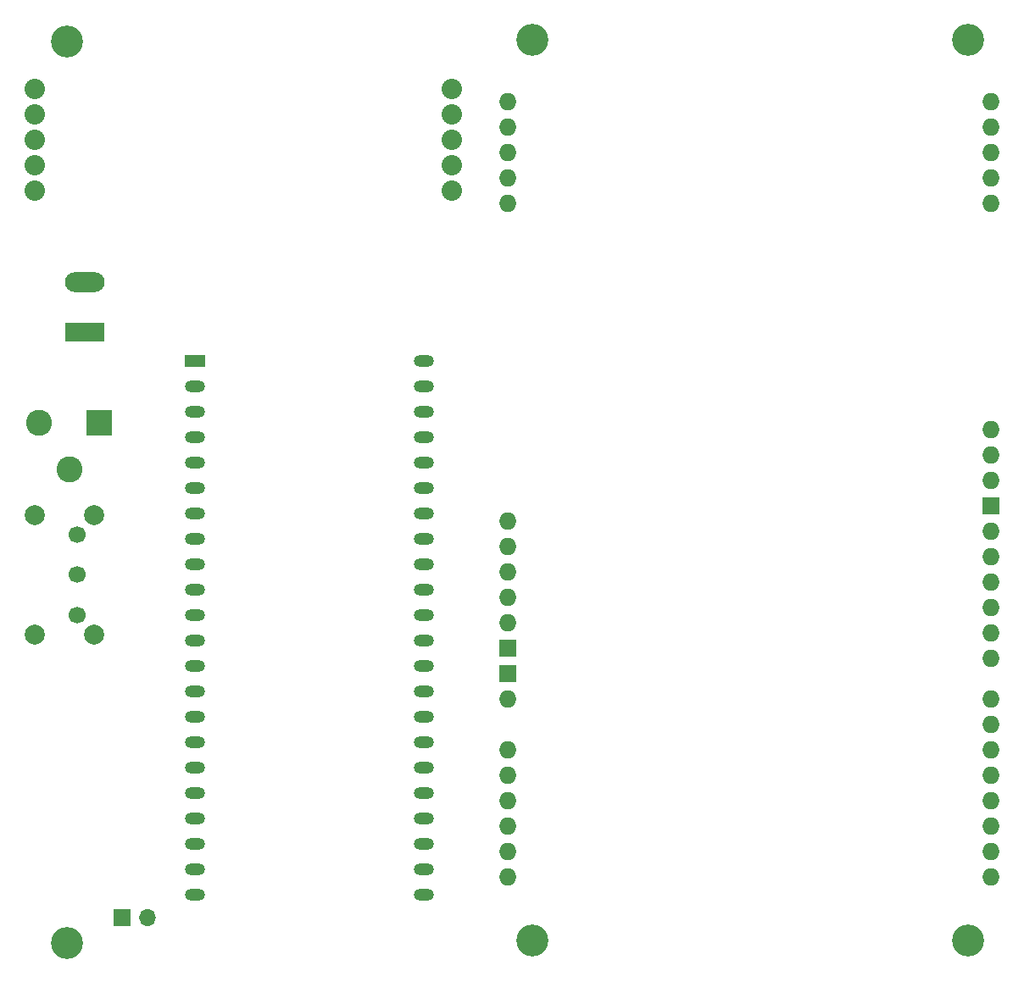
<source format=gbs>
%TF.GenerationSoftware,KiCad,Pcbnew,8.0.0*%
%TF.CreationDate,2024-06-28T13:29:57-04:00*%
%TF.ProjectId,myBaseBoardDesignv1,6d794261-7365-4426-9f61-726444657369,rev?*%
%TF.SameCoordinates,Original*%
%TF.FileFunction,Soldermask,Bot*%
%TF.FilePolarity,Negative*%
%FSLAX46Y46*%
G04 Gerber Fmt 4.6, Leading zero omitted, Abs format (unit mm)*
G04 Created by KiCad (PCBNEW 8.0.0) date 2024-06-28 13:29:57*
%MOMM*%
%LPD*%
G01*
G04 APERTURE LIST*
%ADD10R,1.700000X1.700000*%
%ADD11O,1.700000X1.700000*%
%ADD12C,2.032000*%
%ADD13O,1.727200X1.727200*%
%ADD14R,1.727200X1.727200*%
%ADD15C,3.200000*%
%ADD16R,3.960000X1.980000*%
%ADD17O,3.960000X1.980000*%
%ADD18C,1.700000*%
%ADD19C,2.000000*%
%ADD20O,2.000000X1.200000*%
%ADD21R,2.000000X1.200000*%
%ADD22R,2.600000X2.600000*%
%ADD23C,2.600000*%
G04 APERTURE END LIST*
D10*
%TO.C,J3*%
X83225000Y-143250000D03*
D11*
X85765000Y-143250000D03*
%TD*%
D12*
%TO.C,J1*%
X116165000Y-60460000D03*
X116165000Y-63000000D03*
X116165000Y-65540000D03*
X116165000Y-68080000D03*
X116165000Y-70620000D03*
X74550000Y-70620000D03*
X74550000Y-68080000D03*
X74550000Y-65540000D03*
X74550000Y-63000000D03*
X74550000Y-60460000D03*
D13*
X170050000Y-94446000D03*
X170050000Y-96986000D03*
X170050000Y-71840000D03*
X170050000Y-66760000D03*
X170050000Y-61680000D03*
X170050000Y-136610000D03*
X170050000Y-139150000D03*
X170050000Y-64220000D03*
X121790000Y-64220000D03*
X121790000Y-66760000D03*
X121790000Y-69300000D03*
X121790000Y-71840000D03*
X170050000Y-99526000D03*
D14*
X170050000Y-102066000D03*
D13*
X121790000Y-103590000D03*
X121790000Y-106130000D03*
X121790000Y-108670000D03*
X121790000Y-111210000D03*
X121790000Y-113750000D03*
D14*
X121790000Y-116290000D03*
X121790000Y-118830000D03*
D13*
X121790000Y-121370000D03*
X170050000Y-69300000D03*
X121790000Y-136610000D03*
X121790000Y-134070000D03*
X121790000Y-131530000D03*
X121790000Y-128990000D03*
X121790000Y-126450000D03*
X170050000Y-104606000D03*
X170050000Y-107146000D03*
X170050000Y-109686000D03*
X170050000Y-112226000D03*
X170050000Y-114766000D03*
X170050000Y-117306000D03*
X170050000Y-121370000D03*
X170050000Y-123910000D03*
X170050000Y-126450000D03*
X170050000Y-128990000D03*
X170050000Y-131530000D03*
X170050000Y-134070000D03*
X121790000Y-139150000D03*
X121790000Y-61680000D03*
D15*
X167750000Y-145500000D03*
X167750000Y-55500000D03*
X124250000Y-145500000D03*
X124250000Y-55500000D03*
X77750000Y-145750000D03*
X77750000Y-55690000D03*
%TD*%
D16*
%TO.C,J4*%
X79500000Y-84765000D03*
D17*
X79500000Y-79765000D03*
%TD*%
D18*
%TO.C,SW1*%
X78750000Y-113000000D03*
X78750000Y-109000000D03*
X78750000Y-105000000D03*
D19*
X74500000Y-115000000D03*
X80500000Y-115000000D03*
X74500000Y-103000000D03*
X80500000Y-103000000D03*
%TD*%
D20*
%TO.C,U1*%
X113360000Y-87640000D03*
X113360000Y-90180000D03*
X113360000Y-92720000D03*
X113360000Y-95260000D03*
X113360000Y-97800000D03*
X113360000Y-100340000D03*
X113360000Y-102880000D03*
X113360000Y-105420000D03*
X113360000Y-107960000D03*
X113360000Y-110500000D03*
X113360000Y-113040000D03*
X113360000Y-115580000D03*
X113360000Y-118120000D03*
X113360000Y-120660000D03*
X113360000Y-123200000D03*
X113360000Y-125740000D03*
X113360000Y-128280000D03*
X113360000Y-130820000D03*
X113360000Y-133360000D03*
X113360000Y-135900000D03*
X113360000Y-138440000D03*
X113360000Y-140980000D03*
X90496320Y-140977280D03*
X90496320Y-138437280D03*
X90496320Y-135897280D03*
X90500000Y-133360000D03*
X90500000Y-130820000D03*
X90500000Y-128280000D03*
X90500000Y-125740000D03*
X90500000Y-123200000D03*
X90500000Y-120660000D03*
X90500000Y-118120000D03*
X90500000Y-115580000D03*
X90500000Y-113040000D03*
X90500000Y-110500000D03*
X90500000Y-107960000D03*
X90500000Y-105420000D03*
X90500000Y-102880000D03*
X90500000Y-100340000D03*
X90500000Y-97800000D03*
X90500000Y-95260000D03*
X90500000Y-92720000D03*
X90500000Y-90180000D03*
D21*
X90500000Y-87640000D03*
%TD*%
D22*
%TO.C,J2*%
X81000000Y-93800000D03*
D23*
X75000000Y-93800000D03*
X78000000Y-98500000D03*
%TD*%
M02*

</source>
